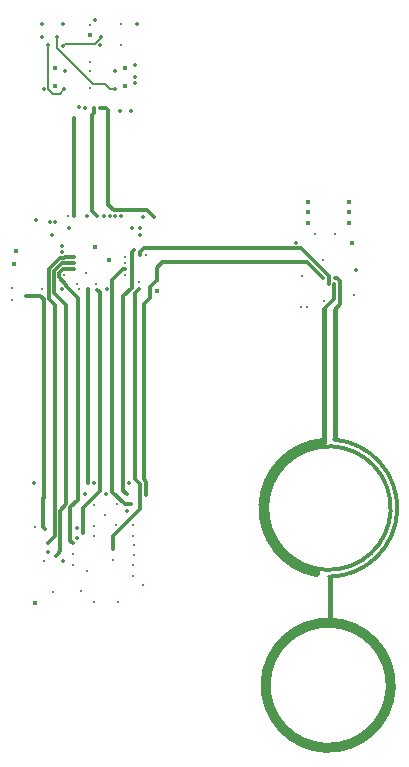
<source format=gbr>
G04 #@! TF.GenerationSoftware,KiCad,Pcbnew,(5.1.4)-1*
G04 #@! TF.CreationDate,2020-08-13T23:55:03-07:00*
G04 #@! TF.ProjectId,Kicad_LFOV_RigidFlex_Assembly,4b696361-645f-44c4-964f-565f52696769,rev?*
G04 #@! TF.SameCoordinates,Original*
G04 #@! TF.FileFunction,Copper,L4,Inr*
G04 #@! TF.FilePolarity,Positive*
%FSLAX46Y46*%
G04 Gerber Fmt 4.6, Leading zero omitted, Abs format (unit mm)*
G04 Created by KiCad (PCBNEW (5.1.4)-1) date 2020-08-13 23:55:03*
%MOMM*%
%LPD*%
G04 APERTURE LIST*
%ADD10C,0.635000*%
%ADD11C,0.300000*%
%ADD12C,0.850000*%
%ADD13C,0.400000*%
%ADD14C,0.350000*%
%ADD15C,0.300000*%
%ADD16C,0.450000*%
%ADD17C,0.304800*%
%ADD18C,0.203200*%
%ADD19C,0.254000*%
%ADD20C,0.152400*%
%ADD21C,0.381000*%
G04 APERTURE END LIST*
D10*
X126348762Y-116504222D02*
G75*
G02X126919380Y-105405880I1040518J5510342D01*
G01*
D11*
X132327289Y-109213739D02*
G75*
G02X132316880Y-109185400I-4914107J-1788999D01*
G01*
X127864263Y-105200103D02*
G75*
G02X127456818Y-116806702I-474983J-5793777D01*
G01*
D12*
X132346304Y-124217436D02*
G75*
G02X132306720Y-124110440I-4990044J-1785304D01*
G01*
D13*
X127480720Y-116815560D02*
X127483260Y-120490940D01*
D14*
X103973020Y-87867180D03*
D15*
X105753560Y-114910560D03*
X109113980Y-115428720D03*
X126876200Y-91532400D03*
D16*
X100897080Y-89259100D03*
D15*
X100541480Y-92357900D03*
D16*
X102545580Y-118999600D03*
X129147620Y-85086840D03*
X129147620Y-85965680D03*
X129147620Y-86844520D03*
D15*
X127943660Y-87824960D03*
D16*
X110172780Y-75255980D03*
X110172780Y-73755980D03*
X104197780Y-73780980D03*
X104197780Y-75280980D03*
D15*
X107221680Y-73960680D03*
D14*
X105378910Y-87314730D03*
X111962980Y-109913598D03*
D16*
X129394000Y-88547040D03*
X112835080Y-91697502D03*
D15*
X126881280Y-90028720D03*
D16*
X108821880Y-90032100D03*
X107602680Y-88878100D03*
D15*
X108463780Y-111621400D03*
X106881320Y-91081359D03*
X103139900Y-92431560D03*
X106406380Y-118046600D03*
X110876780Y-114999600D03*
X111703980Y-117526400D03*
X109403580Y-112458600D03*
X107532920Y-113365060D03*
X109592460Y-118973600D03*
X110793780Y-112407800D03*
D14*
X108538960Y-109803600D03*
X103091100Y-71125960D03*
X110617780Y-77380980D03*
D16*
X107169570Y-70955980D03*
D14*
X107997780Y-71800980D03*
X103091100Y-69999300D03*
X109850580Y-86297460D03*
X111012780Y-74505980D03*
X111012780Y-75005980D03*
D15*
X129544000Y-92926280D03*
X126995130Y-93462350D03*
D14*
X102449020Y-108900920D03*
D15*
X109827060Y-71820820D03*
D16*
X100719280Y-90376700D03*
D15*
X109131980Y-114468200D03*
X109431480Y-110686200D03*
X111298380Y-92456960D03*
X110859320Y-116739000D03*
X104052980Y-118127520D03*
D14*
X103271980Y-75548180D03*
D16*
X125611940Y-85086840D03*
X125611940Y-86844520D03*
X125611940Y-85965680D03*
D15*
X126246940Y-87824960D03*
D14*
X103762200Y-86769900D03*
D15*
X112581080Y-86322860D03*
X125171098Y-91350480D03*
D14*
X104910620Y-69994220D03*
D15*
X100541480Y-93369500D03*
X111967080Y-89589300D03*
D14*
X111012780Y-73505980D03*
X106222780Y-77080980D03*
X108065640Y-77097580D03*
X111177780Y-69994220D03*
X129719000Y-90847560D03*
D15*
X125585491Y-93996491D03*
X109827060Y-69994220D03*
X107160720Y-75413560D03*
X105824429Y-86238789D03*
D14*
X105822780Y-77953446D03*
D15*
X105364940Y-86241580D03*
D14*
X105037780Y-74030980D03*
X104910620Y-71855980D03*
X108093440Y-71155980D03*
D15*
X127890798Y-91524882D03*
X127882700Y-92032980D03*
D14*
X111425380Y-87305840D03*
X108844700Y-86315667D03*
D15*
X101735280Y-93018300D03*
X107523980Y-112484000D03*
X103396440Y-112756640D03*
X110885220Y-114109600D03*
X107704280Y-92002300D03*
D14*
X102649680Y-86642900D03*
X110750420Y-87292460D03*
X109335167Y-86315667D03*
X106942280Y-86315667D03*
X104807410Y-92436202D03*
X104807410Y-92436202D03*
X104807410Y-92436202D03*
X104807410Y-92436202D03*
D16*
X112835080Y-92662701D03*
D15*
X110173900Y-90265640D03*
D14*
X104897580Y-115459200D03*
D15*
X110173900Y-90765640D03*
D14*
X110687060Y-110693607D03*
D15*
X110173900Y-91265640D03*
D14*
X110282380Y-111243400D03*
X110904680Y-89182900D03*
D15*
X125083732Y-93998748D03*
D14*
X124587498Y-88593870D03*
D15*
X110281180Y-109803600D03*
D14*
X107515640Y-77097580D03*
X107595060Y-69718880D03*
X107810295Y-86307867D03*
D15*
X111407600Y-89591840D03*
X127389280Y-92037860D03*
X110174620Y-89765640D03*
X107197780Y-70110980D03*
D14*
X106805379Y-77113579D03*
X110500820Y-108885680D03*
X111427920Y-87862780D03*
D15*
X103332980Y-115443600D03*
D14*
X104807410Y-88776500D03*
X104807410Y-89361970D03*
X103644976Y-114738600D03*
D15*
X105817060Y-89767100D03*
X103637780Y-113970400D03*
X105806900Y-90262400D03*
D14*
X104275280Y-115035020D03*
D15*
X105814520Y-90762780D03*
D14*
X105705300Y-113970760D03*
D15*
X104944709Y-91286020D03*
D14*
X106088840Y-113577060D03*
D15*
X106294580Y-92477280D03*
D14*
X107564580Y-108875520D03*
X107048960Y-92472200D03*
X107048960Y-108882678D03*
X106609540Y-113150340D03*
X107798260Y-92500140D03*
X106091380Y-112721080D03*
X108611981Y-92452801D03*
X111689540Y-86325400D03*
D15*
X106083080Y-92002300D03*
X106931980Y-116368200D03*
X110851380Y-115826800D03*
X107494320Y-110731400D03*
X102520180Y-112609280D03*
X105761040Y-115787000D03*
X110839180Y-113335400D03*
X107516180Y-118936600D03*
D14*
X106781180Y-109803600D03*
D15*
X111308540Y-91852440D03*
D14*
X108332297Y-86315667D03*
X104242510Y-86769900D03*
X105011880Y-75520240D03*
X103646180Y-71830980D03*
X109332780Y-74005980D03*
X109703360Y-77356560D03*
D15*
X107211580Y-73219060D03*
D14*
X104355540Y-71125960D03*
X109332780Y-75505980D03*
D17*
X112581081Y-91951501D02*
X112835080Y-91697502D01*
X111962980Y-109913598D02*
X111962980Y-108786617D01*
X111962980Y-108786617D02*
X111724248Y-108547885D01*
X111724248Y-108547885D02*
X111724248Y-93755260D01*
X111724248Y-93755260D02*
X112257679Y-93221829D01*
X112257679Y-93221829D02*
X112257679Y-92274903D01*
X112257679Y-92274903D02*
X112581081Y-91951501D01*
X125535080Y-90191280D02*
X126876200Y-91532400D01*
X113307764Y-90191280D02*
X125535080Y-90191280D01*
X112835080Y-91697502D02*
X112835080Y-90663964D01*
X112835080Y-90663964D02*
X113307764Y-90191280D01*
D18*
X110988495Y-93808240D02*
X110988495Y-93808240D01*
D17*
X111417760Y-108955306D02*
X110994585Y-108532131D01*
X110994585Y-93483584D02*
X110994585Y-93236097D01*
X111417760Y-111080240D02*
X111417760Y-108955306D01*
X109131980Y-113366020D02*
X111417760Y-111080240D01*
X109131980Y-114468200D02*
X109131980Y-113366020D01*
X110994585Y-108532131D02*
X110994585Y-93483584D01*
X110994585Y-93236097D02*
X110994585Y-92760755D01*
X110994585Y-92760755D02*
X111298380Y-92456960D01*
D18*
X103741880Y-86769900D02*
X103762200Y-86790220D01*
D19*
X109932788Y-85782901D02*
X111898881Y-85782901D01*
D17*
X111898881Y-85782901D02*
X112041121Y-85782901D01*
X112041121Y-85782901D02*
X112581080Y-86322860D01*
X109203941Y-85782901D02*
X111898881Y-85782901D01*
X108745680Y-85324640D02*
X109203941Y-85782901D01*
X108745680Y-77317820D02*
X108745680Y-85324640D01*
X108525440Y-77097580D02*
X108745680Y-77317820D01*
X108065640Y-77097580D02*
X108525440Y-77097580D01*
X105822780Y-77953446D02*
X105822780Y-85771467D01*
X105824429Y-85773116D02*
X105824429Y-86238789D01*
X105822780Y-85771467D02*
X105824429Y-85773116D01*
D20*
X107918441Y-71330979D02*
X108093440Y-71155980D01*
X107568439Y-71680981D02*
X107918441Y-71330979D01*
X105085619Y-71680981D02*
X107568439Y-71680981D01*
X104910620Y-71855980D02*
X105085619Y-71680981D01*
D21*
X127897280Y-105169660D02*
X127897280Y-94250136D01*
D17*
X127906830Y-94191106D02*
X128379230Y-93718706D01*
X128379230Y-91801182D02*
X128379230Y-91950850D01*
X128102930Y-91524882D02*
X128379230Y-91801182D01*
X127890798Y-91524882D02*
X128102930Y-91524882D01*
X128379230Y-93718706D02*
X128379230Y-91950850D01*
D21*
X126957480Y-94181620D02*
X126957480Y-105138494D01*
D17*
X126957480Y-94181620D02*
X127874420Y-93264680D01*
X127874420Y-93264680D02*
X127874420Y-92627140D01*
X127882700Y-92618860D02*
X127882700Y-92032980D01*
X127874420Y-92627140D02*
X127882700Y-92618860D01*
D18*
X103266903Y-93808240D02*
X103266903Y-108875123D01*
D19*
X103266903Y-93808240D02*
X103266903Y-93330723D01*
D17*
X103266903Y-93330723D02*
X103266903Y-108875123D01*
X103266903Y-108875123D02*
X103266903Y-110115791D01*
X102957020Y-93020840D02*
X103266903Y-93330723D01*
X101735280Y-93018300D02*
X101737820Y-93020840D01*
X101737820Y-93020840D02*
X102957020Y-93020840D01*
X103231371Y-112591571D02*
X103396440Y-112756640D01*
X103266903Y-110115791D02*
X103231371Y-110151323D01*
X103231371Y-110151323D02*
X103231371Y-112591571D01*
X109058097Y-93619180D02*
X109058097Y-93691022D01*
X109963900Y-90765640D02*
X110173900Y-90765640D01*
X109058097Y-91671443D02*
X109963900Y-90765640D01*
X109058097Y-93619180D02*
X109058097Y-91671443D01*
X109058097Y-93619180D02*
X109058097Y-109607037D01*
X109058097Y-109607037D02*
X110144860Y-110693800D01*
X110144860Y-110693800D02*
X110686511Y-110693800D01*
D18*
X110015680Y-108877503D02*
X110015680Y-108877503D01*
X110015680Y-108877503D02*
X110026777Y-108888600D01*
D17*
X110729681Y-89357899D02*
X110904680Y-89182900D01*
X110729681Y-92361536D02*
X110729681Y-89357899D01*
X110015680Y-93075537D02*
X110729681Y-92361536D01*
X110015680Y-108877503D02*
X110015680Y-93075537D01*
X110015680Y-109538100D02*
X110281180Y-109803600D01*
X110015680Y-108877503D02*
X110015680Y-109538100D01*
X107348680Y-85846252D02*
X107810295Y-86307867D01*
X107348680Y-77739340D02*
X107348680Y-85846252D01*
X107515640Y-77097580D02*
X107515640Y-77572380D01*
X107515640Y-77572380D02*
X107348680Y-77739340D01*
X127389280Y-91326660D02*
X127389280Y-92037860D01*
X125085500Y-89022880D02*
X127389280Y-91326660D01*
X111720020Y-89022880D02*
X125085500Y-89022880D01*
X111407600Y-89335300D02*
X111720020Y-89022880D01*
X111407600Y-89591840D02*
X111407600Y-89335300D01*
D18*
X103868859Y-93444997D02*
X104247340Y-93823478D01*
D17*
X103814481Y-93390619D02*
X104247340Y-93823478D01*
X104247340Y-113360840D02*
X103637780Y-113970400D01*
X104247340Y-93823478D02*
X104247340Y-113360840D01*
X103727890Y-93304028D02*
X103814481Y-93390619D01*
X103727890Y-90755419D02*
X103727890Y-93304028D01*
X104627316Y-89855991D02*
X103727890Y-90755419D01*
X104948312Y-89855990D02*
X104627316Y-89855991D01*
X105037202Y-89767100D02*
X104948312Y-89855990D01*
X105817060Y-89767100D02*
X105037202Y-89767100D01*
X105806900Y-90262400D02*
X104795657Y-90262400D01*
X104795657Y-90262400D02*
X104134299Y-90923758D01*
X104134299Y-90923758D02*
X104134298Y-92773178D01*
X104134298Y-92773178D02*
X105187140Y-93826020D01*
X105187140Y-93826020D02*
X105187140Y-110680944D01*
X104450279Y-114860021D02*
X104275280Y-115035020D01*
X104653750Y-114656550D02*
X104450279Y-114860021D01*
X104653750Y-111214334D02*
X104653750Y-114656550D01*
X105187140Y-110680944D02*
X104653750Y-111214334D01*
X105814520Y-90762780D02*
X104870027Y-90762780D01*
X104870027Y-90762780D02*
X104540708Y-91092099D01*
X104540708Y-91092099D02*
X104540708Y-91479941D01*
X106162500Y-93182641D02*
X106162500Y-110280334D01*
X104540708Y-91479941D02*
X105138880Y-92078113D01*
X105138880Y-92078113D02*
X105138880Y-92159021D01*
X105138880Y-92159021D02*
X106162500Y-93182641D01*
X105530301Y-113795761D02*
X105705300Y-113970760D01*
X105530301Y-110912533D02*
X105530301Y-113795761D01*
X106162500Y-110280334D02*
X105530301Y-110912533D01*
D18*
X107048960Y-92436202D02*
X107048960Y-92472200D01*
D17*
X107048960Y-92472200D02*
X107048960Y-108882678D01*
X108034221Y-108893559D02*
X108034221Y-108976285D01*
X106609540Y-112902853D02*
X106609540Y-113150340D01*
X106609540Y-111018258D02*
X106609540Y-112902853D01*
X108034221Y-109593577D02*
X106609540Y-111018258D01*
X108034221Y-108893559D02*
X108034221Y-109593577D01*
X108034221Y-92736101D02*
X107798260Y-92500140D01*
X108034221Y-108893559D02*
X108034221Y-92736101D01*
D20*
X103646180Y-71830980D02*
X103726640Y-71911440D01*
X103646180Y-75534380D02*
X103646180Y-71830980D01*
X104020660Y-75908860D02*
X103646180Y-75534380D01*
X105011880Y-75520240D02*
X104623260Y-75908860D01*
X104623260Y-75908860D02*
X104020660Y-75908860D01*
X104355540Y-72009886D02*
X104355540Y-71125960D01*
X107431413Y-75085759D02*
X104355540Y-72009886D01*
X108440159Y-75085759D02*
X107431413Y-75085759D01*
X109332780Y-75505980D02*
X108860380Y-75505980D01*
X108860380Y-75505980D02*
X108440159Y-75085759D01*
M02*

</source>
